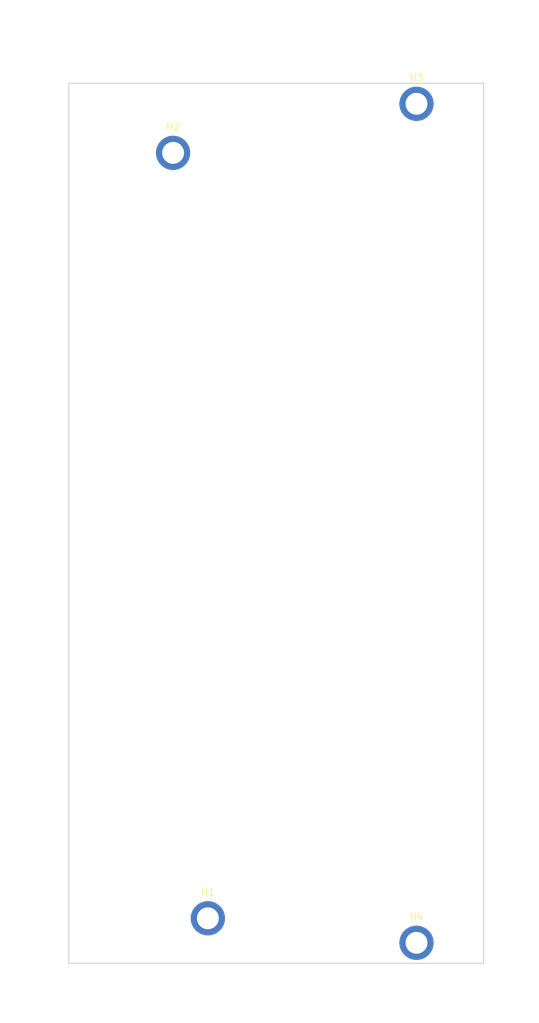
<source format=kicad_pcb>
(kicad_pcb (version 20171130) (host pcbnew 5.1.10)

  (general
    (thickness 1.6)
    (drawings 16)
    (tracks 0)
    (zones 0)
    (modules 19)
    (nets 1)
  )

  (page A4)
  (title_block
    (title "(title)")
    (comment 1 "PCB for panel")
    (comment 2 "(description)")
    (comment 4 "License CC BY 4.0 - Attribution 4.0 International")
  )

  (layers
    (0 F.Cu signal)
    (31 B.Cu signal)
    (32 B.Adhes user)
    (33 F.Adhes user)
    (34 B.Paste user)
    (35 F.Paste user)
    (36 B.SilkS user)
    (37 F.SilkS user)
    (38 B.Mask user)
    (39 F.Mask user)
    (40 Dwgs.User user)
    (41 Cmts.User user)
    (42 Eco1.User user)
    (43 Eco2.User user)
    (44 Edge.Cuts user)
    (45 Margin user)
    (46 B.CrtYd user)
    (47 F.CrtYd user)
    (48 B.Fab user)
    (49 F.Fab user)
  )

  (setup
    (last_trace_width 0.25)
    (trace_clearance 0.2)
    (zone_clearance 0.508)
    (zone_45_only no)
    (trace_min 0.2)
    (via_size 0.8)
    (via_drill 0.4)
    (via_min_size 0.4)
    (via_min_drill 0.3)
    (uvia_size 0.3)
    (uvia_drill 0.1)
    (uvias_allowed no)
    (uvia_min_size 0.2)
    (uvia_min_drill 0.1)
    (edge_width 0.05)
    (segment_width 0.2)
    (pcb_text_width 0.3)
    (pcb_text_size 1.5 1.5)
    (mod_edge_width 0.12)
    (mod_text_size 1 1)
    (mod_text_width 0.15)
    (pad_size 1.524 1.524)
    (pad_drill 0.762)
    (pad_to_mask_clearance 0)
    (aux_axis_origin 0 0)
    (visible_elements FFFFFF7F)
    (pcbplotparams
      (layerselection 0x010fc_ffffffff)
      (usegerberextensions false)
      (usegerberattributes true)
      (usegerberadvancedattributes true)
      (creategerberjobfile true)
      (excludeedgelayer true)
      (linewidth 0.100000)
      (plotframeref false)
      (viasonmask false)
      (mode 1)
      (useauxorigin false)
      (hpglpennumber 1)
      (hpglpenspeed 20)
      (hpglpendiameter 15.000000)
      (psnegative false)
      (psa4output false)
      (plotreference true)
      (plotvalue true)
      (plotinvisibletext false)
      (padsonsilk false)
      (subtractmaskfromsilk false)
      (outputformat 1)
      (mirror false)
      (drillshape 1)
      (scaleselection 1)
      (outputdirectory ""))
  )

  (net 0 "")

  (net_class Default "This is the default net class."
    (clearance 0.2)
    (trace_width 0.25)
    (via_dia 0.8)
    (via_drill 0.4)
    (uvia_dia 0.3)
    (uvia_drill 0.1)
  )

  (module elektrophon:panel_potentiometer (layer F.Cu) (tedit 60C7789D) (tstamp 61001BC3)
    (at 101.6 96.52)
    (descr "Mounting Hole 8.4mm, no annular, M8")
    (tags "mounting hole 8.4mm no annular m8")
    (path /61004C0C)
    (attr virtual)
    (fp_text reference H19 (at 0 -9.4) (layer F.SilkS) hide
      (effects (font (size 1 1) (thickness 0.15)))
    )
    (fp_text value IN (at 0 9.144) (layer F.Mask)
      (effects (font (size 2 1.4) (thickness 0.25)))
    )
    (fp_text user %R (at 0.3 0) (layer F.Fab)
      (effects (font (size 1 1) (thickness 0.15)))
    )
    (fp_circle (center 0 0) (end 6.35 0) (layer Cmts.User) (width 0.15))
    (fp_circle (center 0 0) (end 6.6 0) (layer F.CrtYd) (width 0.05))
    (pad "" np_thru_hole circle (at 0 0) (size 7.4 7.4) (drill 7.4) (layers *.Cu *.Mask))
    (model ${KIPRJMOD}/../../../lib/kicad/models/ALPHA-RD901F-40.step
      (offset (xyz 0 0.5 -12))
      (scale (xyz 1 1 1))
      (rotate (xyz 0 0 0))
    )
  )

  (module elektrophon:panel_jack (layer F.Cu) (tedit 60C77876) (tstamp 61001BBB)
    (at 101.6 157.48)
    (descr "Mounting Hole 8.4mm, no annular, M8")
    (tags "mounting hole 8.4mm no annular m8")
    (path /610046C1)
    (attr virtual)
    (fp_text reference H18 (at 0 -9.4) (layer F.SilkS) hide
      (effects (font (size 1 1) (thickness 0.15)))
    )
    (fp_text value OUT (at 0 9.144) (layer F.Mask)
      (effects (font (size 2 1.4) (thickness 0.25)))
    )
    (fp_text user %R (at 0.3 0) (layer F.Fab)
      (effects (font (size 1 1) (thickness 0.15)))
    )
    (fp_circle (center 0 0) (end 4 0) (layer Cmts.User) (width 0.15))
    (fp_circle (center 0 0) (end 4.2 0) (layer F.CrtYd) (width 0.05))
    (pad "" np_thru_hole circle (at 0 0) (size 6.4 6.4) (drill 6.4) (layers *.Cu *.Mask))
    (model "${KIPRJMOD}/../../../lib/kicad/models/PJ301M-12 Thonkiconn v0.2.stp"
      (offset (xyz 0 0.8 -10.5))
      (scale (xyz 1 1 1))
      (rotate (xyz 0 0 0))
    )
  )

  (module elektrophon:panel_jack (layer F.Cu) (tedit 60C77876) (tstamp 61001BB3)
    (at 101.6 137.16)
    (descr "Mounting Hole 8.4mm, no annular, M8")
    (tags "mounting hole 8.4mm no annular m8")
    (path /610043F0)
    (attr virtual)
    (fp_text reference H17 (at 0 -9.4) (layer F.SilkS) hide
      (effects (font (size 1 1) (thickness 0.15)))
    )
    (fp_text value OUT_B (at 0 9.144) (layer F.Mask)
      (effects (font (size 2 1.4) (thickness 0.25)))
    )
    (fp_text user %R (at 0.3 0) (layer F.Fab)
      (effects (font (size 1 1) (thickness 0.15)))
    )
    (fp_circle (center 0 0) (end 4 0) (layer Cmts.User) (width 0.15))
    (fp_circle (center 0 0) (end 4.2 0) (layer F.CrtYd) (width 0.05))
    (pad "" np_thru_hole circle (at 0 0) (size 6.4 6.4) (drill 6.4) (layers *.Cu *.Mask))
    (model "${KIPRJMOD}/../../../lib/kicad/models/PJ301M-12 Thonkiconn v0.2.stp"
      (offset (xyz 0 0.8 -10.5))
      (scale (xyz 1 1 1))
      (rotate (xyz 0 0 0))
    )
  )

  (module elektrophon:panel_jack (layer F.Cu) (tedit 60C77876) (tstamp 61001BAB)
    (at 101.6 116.84)
    (descr "Mounting Hole 8.4mm, no annular, M8")
    (tags "mounting hole 8.4mm no annular m8")
    (path /610041D1)
    (attr virtual)
    (fp_text reference H16 (at 0 -9.4) (layer F.SilkS) hide
      (effects (font (size 1 1) (thickness 0.15)))
    )
    (fp_text value OUT_A (at 0 9.144) (layer F.Mask)
      (effects (font (size 2 1.4) (thickness 0.25)))
    )
    (fp_text user %R (at 0.3 0) (layer F.Fab)
      (effects (font (size 1 1) (thickness 0.15)))
    )
    (fp_circle (center 0 0) (end 4 0) (layer Cmts.User) (width 0.15))
    (fp_circle (center 0 0) (end 4.2 0) (layer F.CrtYd) (width 0.05))
    (pad "" np_thru_hole circle (at 0 0) (size 6.4 6.4) (drill 6.4) (layers *.Cu *.Mask))
    (model "${KIPRJMOD}/../../../lib/kicad/models/PJ301M-12 Thonkiconn v0.2.stp"
      (offset (xyz 0 0.8 -10.5))
      (scale (xyz 1 1 1))
      (rotate (xyz 0 0 0))
    )
  )

  (module elektrophon:panel_potentiometer (layer F.Cu) (tedit 60C7789D) (tstamp 61001BA3)
    (at 81.28 157.48)
    (descr "Mounting Hole 8.4mm, no annular, M8")
    (tags "mounting hole 8.4mm no annular m8")
    (path /610020E7)
    (attr virtual)
    (fp_text reference H15 (at 0 -9.4) (layer F.SilkS) hide
      (effects (font (size 1 1) (thickness 0.15)))
    )
    (fp_text value 11kHz (at 0 9.144) (layer F.Mask)
      (effects (font (size 2 1.4) (thickness 0.25)))
    )
    (fp_text user %R (at 0.3 0) (layer F.Fab)
      (effects (font (size 1 1) (thickness 0.15)))
    )
    (fp_circle (center 0 0) (end 6.35 0) (layer Cmts.User) (width 0.15))
    (fp_circle (center 0 0) (end 6.6 0) (layer F.CrtYd) (width 0.05))
    (pad "" np_thru_hole circle (at 0 0) (size 7.4 7.4) (drill 7.4) (layers *.Cu *.Mask))
    (model ${KIPRJMOD}/../../../lib/kicad/models/ALPHA-RD901F-40.step
      (offset (xyz 0 0.5 -12))
      (scale (xyz 1 1 1))
      (rotate (xyz 0 0 0))
    )
  )

  (module elektrophon:panel_potentiometer (layer F.Cu) (tedit 60C7789D) (tstamp 61001B9B)
    (at 81.28 137.16)
    (descr "Mounting Hole 8.4mm, no annular, M8")
    (tags "mounting hole 8.4mm no annular m8")
    (path /61001489)
    (attr virtual)
    (fp_text reference H14 (at 0 -9.4) (layer F.SilkS) hide
      (effects (font (size 1 1) (thickness 0.15)))
    )
    (fp_text value 2.8kHz (at 0 9.144) (layer F.Mask)
      (effects (font (size 2 1.4) (thickness 0.25)))
    )
    (fp_text user %R (at 0.3 0) (layer F.Fab)
      (effects (font (size 1 1) (thickness 0.15)))
    )
    (fp_circle (center 0 0) (end 6.35 0) (layer Cmts.User) (width 0.15))
    (fp_circle (center 0 0) (end 6.6 0) (layer F.CrtYd) (width 0.05))
    (pad "" np_thru_hole circle (at 0 0) (size 7.4 7.4) (drill 7.4) (layers *.Cu *.Mask))
    (model ${KIPRJMOD}/../../../lib/kicad/models/ALPHA-RD901F-40.step
      (offset (xyz 0 0.5 -12))
      (scale (xyz 1 1 1))
      (rotate (xyz 0 0 0))
    )
  )

  (module elektrophon:panel_potentiometer (layer F.Cu) (tedit 60C7789D) (tstamp 61001B93)
    (at 81.28 116.84)
    (descr "Mounting Hole 8.4mm, no annular, M8")
    (tags "mounting hole 8.4mm no annular m8")
    (path /6100147D)
    (attr virtual)
    (fp_text reference H13 (at 0 -9.4) (layer F.SilkS) hide
      (effects (font (size 1 1) (thickness 0.15)))
    )
    (fp_text value 777Hz (at 0 9.144) (layer F.Mask)
      (effects (font (size 2 1.4) (thickness 0.25)))
    )
    (fp_text user %R (at 0.3 0) (layer F.Fab)
      (effects (font (size 1 1) (thickness 0.15)))
    )
    (fp_circle (center 0 0) (end 6.35 0) (layer Cmts.User) (width 0.15))
    (fp_circle (center 0 0) (end 6.6 0) (layer F.CrtYd) (width 0.05))
    (pad "" np_thru_hole circle (at 0 0) (size 7.4 7.4) (drill 7.4) (layers *.Cu *.Mask))
    (model ${KIPRJMOD}/../../../lib/kicad/models/ALPHA-RD901F-40.step
      (offset (xyz 0 0.5 -12))
      (scale (xyz 1 1 1))
      (rotate (xyz 0 0 0))
    )
  )

  (module elektrophon:panel_potentiometer (layer F.Cu) (tedit 60C7789D) (tstamp 61001B8B)
    (at 81.28 96.52)
    (descr "Mounting Hole 8.4mm, no annular, M8")
    (tags "mounting hole 8.4mm no annular m8")
    (path /6100064F)
    (attr virtual)
    (fp_text reference H12 (at 0 -9.4) (layer F.SilkS) hide
      (effects (font (size 1 1) (thickness 0.15)))
    )
    (fp_text value 218Hz (at 0 9.144) (layer F.Mask)
      (effects (font (size 2 1.4) (thickness 0.25)))
    )
    (fp_text user %R (at 0.3 0) (layer F.Fab)
      (effects (font (size 1 1) (thickness 0.15)))
    )
    (fp_circle (center 0 0) (end 6.35 0) (layer Cmts.User) (width 0.15))
    (fp_circle (center 0 0) (end 6.6 0) (layer F.CrtYd) (width 0.05))
    (pad "" np_thru_hole circle (at 0 0) (size 7.4 7.4) (drill 7.4) (layers *.Cu *.Mask))
    (model ${KIPRJMOD}/../../../lib/kicad/models/ALPHA-RD901F-40.step
      (offset (xyz 0 0.5 -12))
      (scale (xyz 1 1 1))
      (rotate (xyz 0 0 0))
    )
  )

  (module elektrophon:panel_potentiometer (layer F.Cu) (tedit 60C7789D) (tstamp 61001B83)
    (at 81.28 76.2)
    (descr "Mounting Hole 8.4mm, no annular, M8")
    (tags "mounting hole 8.4mm no annular m8")
    (path /60FFFDBC)
    (attr virtual)
    (fp_text reference H11 (at 0 -9.4) (layer F.SilkS) hide
      (effects (font (size 1 1) (thickness 0.15)))
    )
    (fp_text value 61Hz (at 0 9.144) (layer F.Mask)
      (effects (font (size 2 1.4) (thickness 0.25)))
    )
    (fp_text user %R (at 0.3 0) (layer F.Fab)
      (effects (font (size 1 1) (thickness 0.15)))
    )
    (fp_circle (center 0 0) (end 6.35 0) (layer Cmts.User) (width 0.15))
    (fp_circle (center 0 0) (end 6.6 0) (layer F.CrtYd) (width 0.05))
    (pad "" np_thru_hole circle (at 0 0) (size 7.4 7.4) (drill 7.4) (layers *.Cu *.Mask))
    (model ${KIPRJMOD}/../../../lib/kicad/models/ALPHA-RD901F-40.step
      (offset (xyz 0 0.5 -12))
      (scale (xyz 1 1 1))
      (rotate (xyz 0 0 0))
    )
  )

  (module elektrophon:panel_potentiometer (layer F.Cu) (tedit 60C7789D) (tstamp 61001B7B)
    (at 60.96 157.48)
    (descr "Mounting Hole 8.4mm, no annular, M8")
    (tags "mounting hole 8.4mm no annular m8")
    (path /610020E1)
    (attr virtual)
    (fp_text reference H10 (at 0 -9.4) (layer F.SilkS) hide
      (effects (font (size 1 1) (thickness 0.15)))
    )
    (fp_text value 5.2kHz (at 0 9.144) (layer F.Mask)
      (effects (font (size 2 1.4) (thickness 0.25)))
    )
    (fp_text user %R (at 0.3 0) (layer F.Fab)
      (effects (font (size 1 1) (thickness 0.15)))
    )
    (fp_circle (center 0 0) (end 6.35 0) (layer Cmts.User) (width 0.15))
    (fp_circle (center 0 0) (end 6.6 0) (layer F.CrtYd) (width 0.05))
    (pad "" np_thru_hole circle (at 0 0) (size 7.4 7.4) (drill 7.4) (layers *.Cu *.Mask))
    (model ${KIPRJMOD}/../../../lib/kicad/models/ALPHA-RD901F-40.step
      (offset (xyz 0 0.5 -12))
      (scale (xyz 1 1 1))
      (rotate (xyz 0 0 0))
    )
  )

  (module elektrophon:panel_potentiometer (layer F.Cu) (tedit 60C7789D) (tstamp 61001B73)
    (at 60.96 76.2)
    (descr "Mounting Hole 8.4mm, no annular, M8")
    (tags "mounting hole 8.4mm no annular m8")
    (path /5D6AFC22)
    (attr virtual)
    (fp_text reference H9 (at 0 -9.4) (layer F.SilkS) hide
      (effects (font (size 1 1) (thickness 0.15)))
    )
    (fp_text value 29Hz (at 0 9.144) (layer F.Mask)
      (effects (font (size 2 1.4) (thickness 0.25)))
    )
    (fp_text user %R (at 0.3 0) (layer F.Fab)
      (effects (font (size 1 1) (thickness 0.15)))
    )
    (fp_circle (center 0 0) (end 6.35 0) (layer Cmts.User) (width 0.15))
    (fp_circle (center 0 0) (end 6.6 0) (layer F.CrtYd) (width 0.05))
    (pad "" np_thru_hole circle (at 0 0) (size 7.4 7.4) (drill 7.4) (layers *.Cu *.Mask))
    (model ${KIPRJMOD}/../../../lib/kicad/models/ALPHA-RD901F-40.step
      (offset (xyz 0 0.5 -12))
      (scale (xyz 1 1 1))
      (rotate (xyz 0 0 0))
    )
  )

  (module elektrophon:panel_jack (layer F.Cu) (tedit 60C77876) (tstamp 61001B6B)
    (at 101.6 76.2)
    (descr "Mounting Hole 8.4mm, no annular, M8")
    (tags "mounting hole 8.4mm no annular m8")
    (path /5D6B047C)
    (attr virtual)
    (fp_text reference H8 (at 0 -9.4) (layer F.SilkS) hide
      (effects (font (size 1 1) (thickness 0.15)))
    )
    (fp_text value IN (at 0 9.144) (layer F.Mask)
      (effects (font (size 2 1.4) (thickness 0.25)))
    )
    (fp_text user %R (at 0.3 0) (layer F.Fab)
      (effects (font (size 1 1) (thickness 0.15)))
    )
    (fp_circle (center 0 0) (end 4 0) (layer Cmts.User) (width 0.15))
    (fp_circle (center 0 0) (end 4.2 0) (layer F.CrtYd) (width 0.05))
    (pad "" np_thru_hole circle (at 0 0) (size 6.4 6.4) (drill 6.4) (layers *.Cu *.Mask))
    (model "${KIPRJMOD}/../../../lib/kicad/models/PJ301M-12 Thonkiconn v0.2.stp"
      (offset (xyz 0 0.8 -10.5))
      (scale (xyz 1 1 1))
      (rotate (xyz 0 0 0))
    )
  )

  (module elektrophon:panel_potentiometer (layer F.Cu) (tedit 60C7789D) (tstamp 61001B63)
    (at 60.96 137.16)
    (descr "Mounting Hole 8.4mm, no annular, M8")
    (tags "mounting hole 8.4mm no annular m8")
    (path /61001483)
    (attr virtual)
    (fp_text reference H7 (at 0 -9.4) (layer F.SilkS) hide
      (effects (font (size 1 1) (thickness 0.15)))
    )
    (fp_text value 1.5kHz (at 0 9.144) (layer F.Mask)
      (effects (font (size 2 1.4) (thickness 0.25)))
    )
    (fp_text user %R (at 0.3 0) (layer F.Fab)
      (effects (font (size 1 1) (thickness 0.15)))
    )
    (fp_circle (center 0 0) (end 6.35 0) (layer Cmts.User) (width 0.15))
    (fp_circle (center 0 0) (end 6.6 0) (layer F.CrtYd) (width 0.05))
    (pad "" np_thru_hole circle (at 0 0) (size 7.4 7.4) (drill 7.4) (layers *.Cu *.Mask))
    (model ${KIPRJMOD}/../../../lib/kicad/models/ALPHA-RD901F-40.step
      (offset (xyz 0 0.5 -12))
      (scale (xyz 1 1 1))
      (rotate (xyz 0 0 0))
    )
  )

  (module elektrophon:panel_potentiometer (layer F.Cu) (tedit 60C7789D) (tstamp 61001B5B)
    (at 60.96 116.84)
    (descr "Mounting Hole 8.4mm, no annular, M8")
    (tags "mounting hole 8.4mm no annular m8")
    (path /61001477)
    (attr virtual)
    (fp_text reference H6 (at 0 -9.4) (layer F.SilkS) hide
      (effects (font (size 1 1) (thickness 0.15)))
    )
    (fp_text value 411Hz (at 0 9.144) (layer F.Mask)
      (effects (font (size 2 1.4) (thickness 0.25)))
    )
    (fp_text user %R (at 0.3 0) (layer F.Fab)
      (effects (font (size 1 1) (thickness 0.15)))
    )
    (fp_circle (center 0 0) (end 6.35 0) (layer Cmts.User) (width 0.15))
    (fp_circle (center 0 0) (end 6.6 0) (layer F.CrtYd) (width 0.05))
    (pad "" np_thru_hole circle (at 0 0) (size 7.4 7.4) (drill 7.4) (layers *.Cu *.Mask))
    (model ${KIPRJMOD}/../../../lib/kicad/models/ALPHA-RD901F-40.step
      (offset (xyz 0 0.5 -12))
      (scale (xyz 1 1 1))
      (rotate (xyz 0 0 0))
    )
  )

  (module elektrophon:panel_potentiometer (layer F.Cu) (tedit 60C7789D) (tstamp 61001B53)
    (at 60.96 96.52)
    (descr "Mounting Hole 8.4mm, no annular, M8")
    (tags "mounting hole 8.4mm no annular m8")
    (path /61000649)
    (attr virtual)
    (fp_text reference H5 (at 0 -9.4) (layer F.SilkS) hide
      (effects (font (size 1 1) (thickness 0.15)))
    )
    (fp_text value 115Hz (at 0 9.144) (layer F.Mask)
      (effects (font (size 2 1.4) (thickness 0.25)))
    )
    (fp_text user %R (at 0.3 0) (layer F.Fab)
      (effects (font (size 1 1) (thickness 0.15)))
    )
    (fp_circle (center 0 0) (end 6.35 0) (layer Cmts.User) (width 0.15))
    (fp_circle (center 0 0) (end 6.6 0) (layer F.CrtYd) (width 0.05))
    (pad "" np_thru_hole circle (at 0 0) (size 7.4 7.4) (drill 7.4) (layers *.Cu *.Mask))
    (model ${KIPRJMOD}/../../../lib/kicad/models/ALPHA-RD901F-40.step
      (offset (xyz 0 0.5 -12))
      (scale (xyz 1 1 1))
      (rotate (xyz 0 0 0))
    )
  )

  (module elektrophon:MountingHole_Panel_3.2mm_M3 (layer F.Cu) (tedit 60C777D2) (tstamp 61001B27)
    (at 66.04 60.96)
    (descr "Mounting Hole 3.2mm, M3, DIN965")
    (tags "mounting hole 3.2mm m3 din965")
    (path /60FFC12B)
    (attr virtual)
    (fp_text reference H2 (at 0 -3.8) (layer F.SilkS)
      (effects (font (size 1 1) (thickness 0.15)))
    )
    (fp_text value MountingHole (at 0 3.8) (layer F.Fab)
      (effects (font (size 1 1) (thickness 0.15)))
    )
    (fp_text user %R (at 0.3 0) (layer F.Fab)
      (effects (font (size 1 1) (thickness 0.15)))
    )
    (fp_circle (center 0 0) (end 2.8 0) (layer Cmts.User) (width 0.15))
    (fp_circle (center 0 0) (end 3.05 0) (layer F.CrtYd) (width 0.05))
    (pad 1 connect circle (at 0 0) (size 5 5) (layers B.Cu B.Mask))
    (pad 1 connect circle (at 0 0) (size 5 5) (layers F.Cu F.Mask))
    (pad 1 thru_hole circle (at 0 0) (size 3.6 3.6) (drill 3.2) (layers *.Cu *.Mask))
  )

  (module elektrophon:MountingHole_Panel_3.2mm_M3 (layer F.Cu) (tedit 60C777D2) (tstamp 61001B1D)
    (at 71.12 172.72)
    (descr "Mounting Hole 3.2mm, M3, DIN965")
    (tags "mounting hole 3.2mm m3 din965")
    (path /60FFC12A)
    (attr virtual)
    (fp_text reference H1 (at 0 -3.8) (layer F.SilkS)
      (effects (font (size 1 1) (thickness 0.15)))
    )
    (fp_text value MountingHole (at 0 3.8) (layer F.Fab)
      (effects (font (size 1 1) (thickness 0.15)))
    )
    (fp_text user %R (at 0.3 0) (layer F.Fab)
      (effects (font (size 1 1) (thickness 0.15)))
    )
    (fp_circle (center 0 0) (end 2.8 0) (layer Cmts.User) (width 0.15))
    (fp_circle (center 0 0) (end 3.05 0) (layer F.CrtYd) (width 0.05))
    (pad 1 connect circle (at 0 0) (size 5 5) (layers B.Cu B.Mask))
    (pad 1 connect circle (at 0 0) (size 5 5) (layers F.Cu F.Mask))
    (pad 1 thru_hole circle (at 0 0) (size 3.6 3.6) (drill 3.2) (layers *.Cu *.Mask))
  )

  (module elektrophon:MountingHole_Panel_3.2mm_M3 (layer F.Cu) (tedit 60C777D2) (tstamp 60AD6062)
    (at 101.6 176.3)
    (descr "Mounting Hole 3.2mm, M3, DIN965")
    (tags "mounting hole 3.2mm m3 din965")
    (path /60AD634C)
    (attr virtual)
    (fp_text reference H4 (at 0 -3.8) (layer F.SilkS)
      (effects (font (size 1 1) (thickness 0.15)))
    )
    (fp_text value MountingHole (at 0 3.8) (layer F.Fab)
      (effects (font (size 1 1) (thickness 0.15)))
    )
    (fp_circle (center 0 0) (end 3.05 0) (layer F.CrtYd) (width 0.05))
    (fp_circle (center 0 0) (end 2.8 0) (layer Cmts.User) (width 0.15))
    (fp_text user %R (at 0.3 0) (layer F.Fab)
      (effects (font (size 1 1) (thickness 0.15)))
    )
    (pad 1 connect circle (at 0 0) (size 5 5) (layers B.Cu B.Mask))
    (pad 1 connect circle (at 0 0) (size 5 5) (layers F.Cu F.Mask))
    (pad 1 thru_hole circle (at 0 0) (size 3.6 3.6) (drill 3.2) (layers *.Cu *.Mask))
  )

  (module elektrophon:MountingHole_Panel_3.2mm_M3 (layer F.Cu) (tedit 60C777D2) (tstamp 60AD605A)
    (at 101.6 53.8)
    (descr "Mounting Hole 3.2mm, M3, DIN965")
    (tags "mounting hole 3.2mm m3 din965")
    (path /60AD6346)
    (attr virtual)
    (fp_text reference H3 (at 0 -3.8) (layer F.SilkS)
      (effects (font (size 1 1) (thickness 0.15)))
    )
    (fp_text value MountingHole (at 0 3.8) (layer F.Fab)
      (effects (font (size 1 1) (thickness 0.15)))
    )
    (fp_circle (center 0 0) (end 3.05 0) (layer F.CrtYd) (width 0.05))
    (fp_circle (center 0 0) (end 2.8 0) (layer Cmts.User) (width 0.15))
    (fp_text user %R (at 0.3 0) (layer F.Fab)
      (effects (font (size 1 1) (thickness 0.15)))
    )
    (pad 1 connect circle (at 0 0) (size 5 5) (layers B.Cu B.Mask))
    (pad 1 connect circle (at 0 0) (size 5 5) (layers F.Cu F.Mask))
    (pad 1 thru_hole circle (at 0 0) (size 3.6 3.6) (drill 3.2) (layers *.Cu *.Mask))
  )

  (dimension 60.6 (width 0.15) (layer Dwgs.User)
    (gr_text "60.600 mm" (at 81.1 39.34) (layer Dwgs.User)
      (effects (font (size 1 1) (thickness 0.15)))
    )
    (feature1 (pts (xy 111.4 50.8) (xy 111.4 40.053579)))
    (feature2 (pts (xy 50.8 50.8) (xy 50.8 40.053579)))
    (crossbar (pts (xy 50.8 40.64) (xy 111.4 40.64)))
    (arrow1a (pts (xy 111.4 40.64) (xy 110.273496 41.226421)))
    (arrow1b (pts (xy 111.4 40.64) (xy 110.273496 40.053579)))
    (arrow2a (pts (xy 50.8 40.64) (xy 51.926504 41.226421)))
    (arrow2b (pts (xy 50.8 40.64) (xy 51.926504 40.053579)))
  )
  (gr_line (start 101.6 50.8) (end 101.6 187.96) (layer Dwgs.User) (width 0.15) (tstamp 60AD5DC1))
  (gr_text name (at 83.82 53.8) (layer F.Mask)
    (effects (font (size 3 3) (thickness 0.35)))
  )
  (dimension 21.82 (width 0.15) (layer Dwgs.User)
    (gr_text "21.820 mm" (at 44.42 168.39 270) (layer Dwgs.User)
      (effects (font (size 1 1) (thickness 0.15)))
    )
    (feature1 (pts (xy 50.8 179.3) (xy 45.133579 179.3)))
    (feature2 (pts (xy 50.8 157.48) (xy 45.133579 157.48)))
    (crossbar (pts (xy 45.72 157.48) (xy 45.72 179.3)))
    (arrow1a (pts (xy 45.72 179.3) (xy 45.133579 178.173496)))
    (arrow1b (pts (xy 45.72 179.3) (xy 46.306421 178.173496)))
    (arrow2a (pts (xy 45.72 157.48) (xy 45.133579 158.606504)))
    (arrow2b (pts (xy 45.72 157.48) (xy 46.306421 158.606504)))
  )
  (gr_line (start 50.8 157.48) (end 116.84 157.48) (layer Dwgs.User) (width 0.15) (tstamp 6097E920))
  (gr_line (start 50.8 137.16) (end 116.84 137.16) (layer Dwgs.User) (width 0.15) (tstamp 6097E91D))
  (gr_line (start 50.8 116.84) (end 116.84 116.84) (layer Dwgs.User) (width 0.15) (tstamp 6097E917))
  (gr_line (start 50.8 76.2) (end 116.84 76.2) (layer Dwgs.User) (width 0.15) (tstamp 6097E905))
  (gr_line (start 50.8 96.52) (end 116.84 96.52) (layer Dwgs.User) (width 0.15))
  (gr_line (start 81.28 50.8) (end 81.28 187.96) (layer Dwgs.User) (width 0.15))
  (gr_line (start 60.96 50.8) (end 60.96 187.96) (layer Dwgs.User) (width 0.15))
  (dimension 128.5 (width 0.15) (layer Dwgs.User)
    (gr_text "128.500 mm" (at 118.14 115.05 270) (layer Dwgs.User)
      (effects (font (size 1 1) (thickness 0.15)))
    )
    (feature1 (pts (xy 111.42 179.3) (xy 117.426421 179.3)))
    (feature2 (pts (xy 111.42 50.8) (xy 117.426421 50.8)))
    (crossbar (pts (xy 116.84 50.8) (xy 116.84 179.3)))
    (arrow1a (pts (xy 116.84 179.3) (xy 116.253579 178.173496)))
    (arrow1b (pts (xy 116.84 179.3) (xy 117.426421 178.173496)))
    (arrow2a (pts (xy 116.84 50.8) (xy 116.253579 51.926504)))
    (arrow2b (pts (xy 116.84 50.8) (xy 117.426421 51.926504)))
  )
  (gr_line (start 50.8 50.8) (end 50.8 179.3) (layer Edge.Cuts) (width 0.15) (tstamp 60977F7D))
  (gr_line (start 111.4 179.3) (end 50.8 179.3) (layer Edge.Cuts) (width 0.15))
  (gr_line (start 111.4 50.8) (end 111.4 179.3) (layer Edge.Cuts) (width 0.15))
  (gr_line (start 50.8 50.8) (end 111.4 50.8) (layer Edge.Cuts) (width 0.15))

)

</source>
